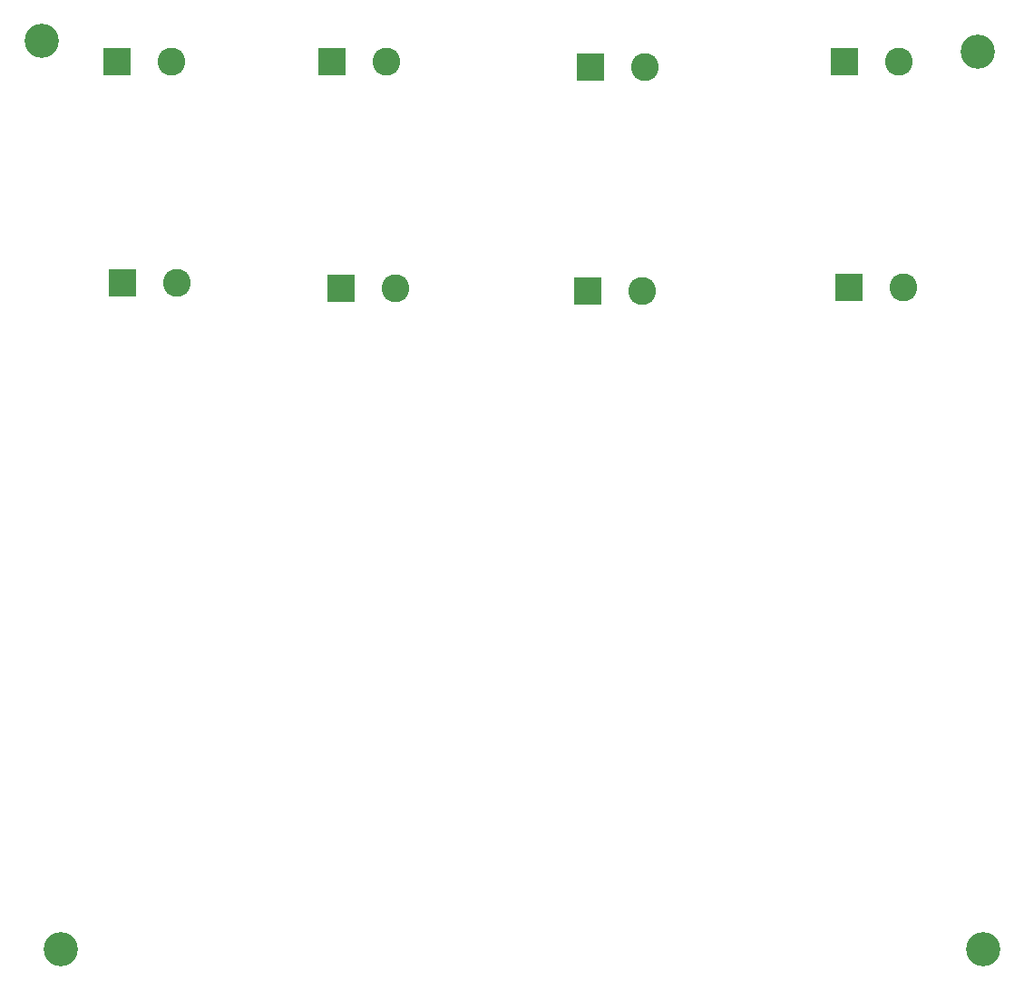
<source format=gbr>
G04 #@! TF.GenerationSoftware,KiCad,Pcbnew,8.0.4*
G04 #@! TF.CreationDate,2024-10-22T20:55:05-05:00*
G04 #@! TF.ProjectId,PCB_split,5043425f-7370-46c6-9974-2e6b69636164,rev?*
G04 #@! TF.SameCoordinates,Original*
G04 #@! TF.FileFunction,Soldermask,Bot*
G04 #@! TF.FilePolarity,Negative*
%FSLAX46Y46*%
G04 Gerber Fmt 4.6, Leading zero omitted, Abs format (unit mm)*
G04 Created by KiCad (PCBNEW 8.0.4) date 2024-10-22 20:55:05*
%MOMM*%
%LPD*%
G01*
G04 APERTURE LIST*
%ADD10C,3.200000*%
%ADD11R,2.600000X2.600000*%
%ADD12C,2.600000*%
G04 APERTURE END LIST*
D10*
G04 #@! TO.C,H4*
X181102000Y-124841000D03*
G04 #@! TD*
D11*
G04 #@! TO.C,J6*
X144202150Y-63373000D03*
D12*
X149282150Y-63373000D03*
G04 #@! TD*
D10*
G04 #@! TO.C,H2*
X180594000Y-41021000D03*
G04 #@! TD*
D12*
G04 #@! TO.C,J7*
X173285150Y-41910000D03*
D11*
X168205150Y-41910000D03*
G04 #@! TD*
G04 #@! TO.C,J4*
X121215150Y-63119000D03*
D12*
X126295150Y-63119000D03*
G04 #@! TD*
D11*
G04 #@! TO.C,J2*
X100768150Y-62611000D03*
D12*
X105848150Y-62611000D03*
G04 #@! TD*
G04 #@! TO.C,J5*
X149531150Y-42469000D03*
D11*
X144451150Y-42469000D03*
G04 #@! TD*
D12*
G04 #@! TO.C,J1*
X105335150Y-41961000D03*
D11*
X100255150Y-41961000D03*
G04 #@! TD*
G04 #@! TO.C,J8*
X168586150Y-62992000D03*
D12*
X173666150Y-62992000D03*
G04 #@! TD*
G04 #@! TO.C,J3*
X125406150Y-41910000D03*
D11*
X120326150Y-41910000D03*
G04 #@! TD*
D10*
G04 #@! TO.C,H1*
X93218000Y-40005000D03*
G04 #@! TD*
G04 #@! TO.C,H3*
X94996000Y-124841000D03*
G04 #@! TD*
M02*

</source>
